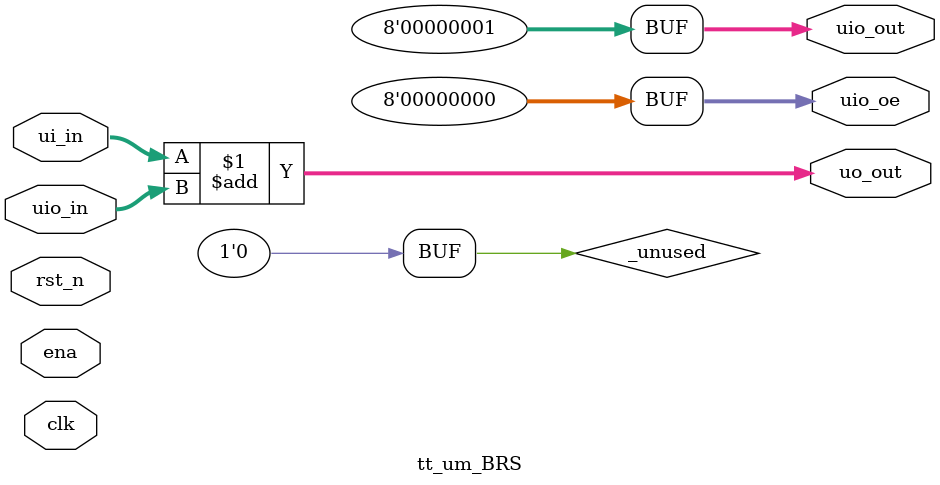
<source format=v>
/*
 * Copyright (c) 2024 Your Name
 * SPDX-License-Identifier: Apache-2.0
 */

`default_nettype none

module tt_um_BRS (
    input  wire [7:0] ui_in,    // Dedicated inputs
    output wire [7:0] uo_out,   // Dedicated outputs
    input  wire [7:0] uio_in,   // IOs: Input path
    output wire [7:0] uio_out,  // IOs: Output path
    output wire [7:0] uio_oe,   // IOs: Enable path (active high: 0=input, 1=output)
    input  wire       ena,      // always 1 when the design is powered, so you can ignore it
    input  wire       clk,      // clock
    input  wire       rst_n     // reset_n - low to reset
);

  // All output pins must be assigned. If not used, assign to 0.
  assign uo_out  = ui_in + uio_in;  // Example: ou_out is the sum of ui_in and uio_in
  assign uio_out = 1;
  assign uio_oe  = 0;

  // List all unused inputs to prevent warnings
  wire _unused = &{ena, clk, rst_n, 1'b0};

endmodule

</source>
